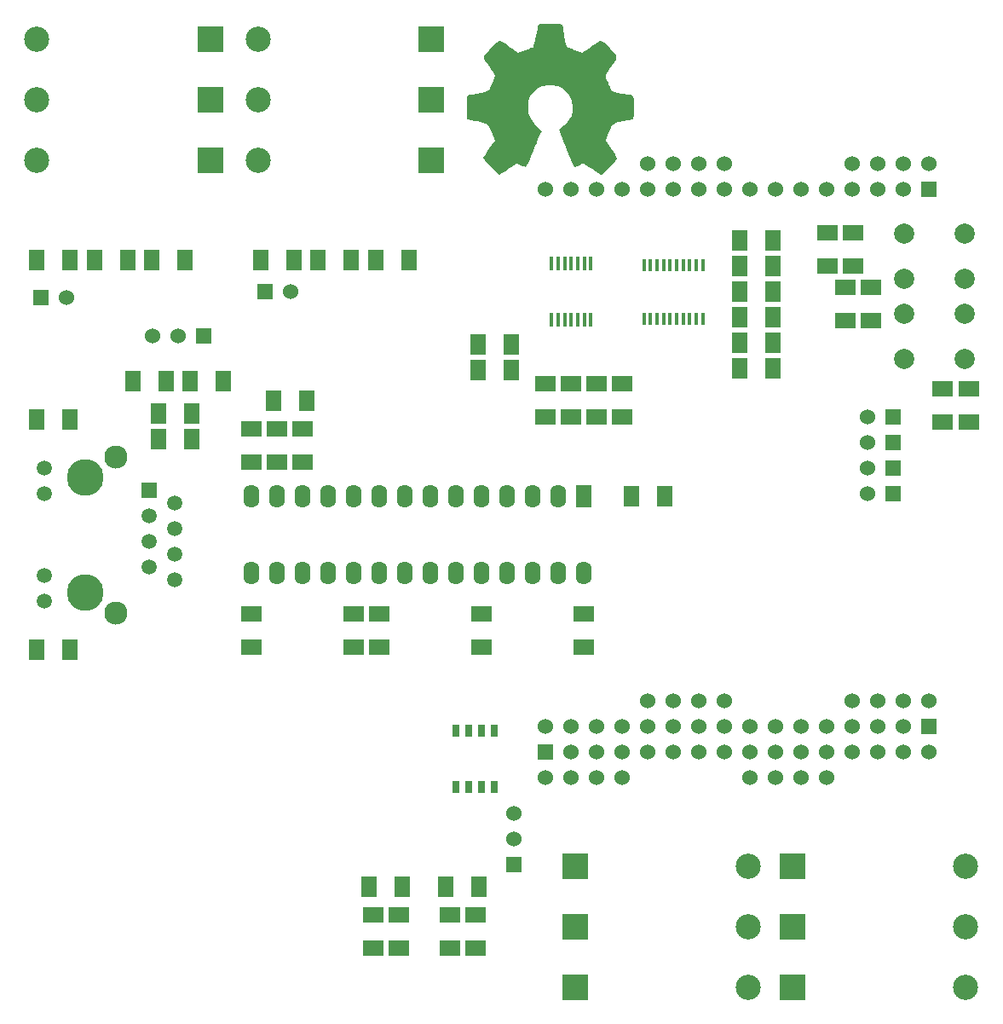
<source format=gts>
G04 (created by PCBNEW (2013-07-07 BZR 4022)-stable) date 03/07/2014 16:21:05*
%MOIN*%
G04 Gerber Fmt 3.4, Leading zero omitted, Abs format*
%FSLAX34Y34*%
G01*
G70*
G90*
G04 APERTURE LIST*
%ADD10C,0.00590551*%
%ADD11C,0.0001*%
%ADD12R,0.0165X0.0579*%
%ADD13R,0.016X0.05*%
%ADD14R,0.025X0.05*%
%ADD15R,0.06X0.08*%
%ADD16R,0.08X0.06*%
%ADD17R,0.06X0.06*%
%ADD18C,0.06*%
%ADD19R,0.0984252X0.0984252*%
%ADD20C,0.0984252*%
%ADD21O,0.062X0.09*%
%ADD22R,0.062X0.09*%
%ADD23C,0.1437*%
%ADD24R,0.0591X0.0591*%
%ADD25C,0.0591*%
%ADD26C,0.0905512*%
%ADD27C,0.0787402*%
G04 APERTURE END LIST*
G54D10*
G54D11*
G36*
X50135Y-28568D02*
X50134Y-28748D01*
X50132Y-28873D01*
X50125Y-28952D01*
X50114Y-28998D01*
X50095Y-29020D01*
X50066Y-29030D01*
X50060Y-29032D01*
X49993Y-29045D01*
X49881Y-29067D01*
X49746Y-29093D01*
X49701Y-29102D01*
X49532Y-29135D01*
X49414Y-29165D01*
X49334Y-29203D01*
X49276Y-29261D01*
X49228Y-29348D01*
X49175Y-29476D01*
X49154Y-29528D01*
X49028Y-29847D01*
X49242Y-30157D01*
X49330Y-30285D01*
X49406Y-30396D01*
X49459Y-30476D01*
X49481Y-30510D01*
X49470Y-30555D01*
X49407Y-30642D01*
X49293Y-30770D01*
X49198Y-30869D01*
X49081Y-30985D01*
X48980Y-31083D01*
X48904Y-31151D01*
X48863Y-31183D01*
X48860Y-31184D01*
X48822Y-31166D01*
X48742Y-31118D01*
X48631Y-31047D01*
X48512Y-30967D01*
X48383Y-30882D01*
X48273Y-30812D01*
X48196Y-30766D01*
X48162Y-30751D01*
X48116Y-30765D01*
X48036Y-30800D01*
X47997Y-30819D01*
X47907Y-30858D01*
X47837Y-30874D01*
X47820Y-30873D01*
X47787Y-30835D01*
X47742Y-30754D01*
X47710Y-30679D01*
X47673Y-30587D01*
X47617Y-30449D01*
X47547Y-30279D01*
X47470Y-30092D01*
X47419Y-29967D01*
X47198Y-29434D01*
X47325Y-29334D01*
X47502Y-29180D01*
X47623Y-29031D01*
X47698Y-28872D01*
X47734Y-28687D01*
X47741Y-28524D01*
X47711Y-28291D01*
X47623Y-28087D01*
X47475Y-27910D01*
X47318Y-27788D01*
X47248Y-27746D01*
X47180Y-27720D01*
X47096Y-27707D01*
X46977Y-27701D01*
X46868Y-27701D01*
X46714Y-27702D01*
X46609Y-27710D01*
X46532Y-27727D01*
X46466Y-27758D01*
X46418Y-27788D01*
X46225Y-27944D01*
X46093Y-28121D01*
X46018Y-28326D01*
X45995Y-28552D01*
X46020Y-28794D01*
X46097Y-29000D01*
X46232Y-29179D01*
X46352Y-29284D01*
X46461Y-29374D01*
X46518Y-29440D01*
X46531Y-29491D01*
X46507Y-29536D01*
X46482Y-29580D01*
X46441Y-29669D01*
X46392Y-29784D01*
X46385Y-29801D01*
X46330Y-29937D01*
X46275Y-30069D01*
X46235Y-30167D01*
X46196Y-30261D01*
X46142Y-30392D01*
X46083Y-30537D01*
X46065Y-30580D01*
X46011Y-30705D01*
X45961Y-30805D01*
X45924Y-30864D01*
X45913Y-30874D01*
X45862Y-30868D01*
X45779Y-30838D01*
X45739Y-30819D01*
X45651Y-30778D01*
X45588Y-30753D01*
X45574Y-30751D01*
X45536Y-30768D01*
X45455Y-30816D01*
X45344Y-30887D01*
X45224Y-30967D01*
X45096Y-31053D01*
X44986Y-31122D01*
X44909Y-31169D01*
X44876Y-31184D01*
X44843Y-31161D01*
X44773Y-31100D01*
X44677Y-31007D01*
X44563Y-30894D01*
X44538Y-30869D01*
X44392Y-30715D01*
X44298Y-30603D01*
X44255Y-30533D01*
X44254Y-30510D01*
X44283Y-30467D01*
X44340Y-30381D01*
X44418Y-30267D01*
X44494Y-30157D01*
X44707Y-29847D01*
X44581Y-29528D01*
X44524Y-29385D01*
X44475Y-29285D01*
X44423Y-29220D01*
X44351Y-29176D01*
X44247Y-29145D01*
X44096Y-29114D01*
X44035Y-29102D01*
X43895Y-29075D01*
X43774Y-29051D01*
X43691Y-29035D01*
X43676Y-29032D01*
X43646Y-29023D01*
X43625Y-29004D01*
X43612Y-28964D01*
X43605Y-28892D01*
X43602Y-28777D01*
X43601Y-28609D01*
X43601Y-28568D01*
X43601Y-28378D01*
X43606Y-28243D01*
X43623Y-28153D01*
X43661Y-28097D01*
X43727Y-28063D01*
X43829Y-28041D01*
X43973Y-28019D01*
X43985Y-28018D01*
X44167Y-27989D01*
X44296Y-27963D01*
X44386Y-27930D01*
X44450Y-27883D01*
X44500Y-27812D01*
X44551Y-27711D01*
X44580Y-27647D01*
X44635Y-27518D01*
X44677Y-27407D01*
X44699Y-27330D01*
X44701Y-27315D01*
X44683Y-27261D01*
X44633Y-27169D01*
X44561Y-27055D01*
X44518Y-26992D01*
X44405Y-26834D01*
X44326Y-26720D01*
X44284Y-26634D01*
X44276Y-26565D01*
X44303Y-26497D01*
X44367Y-26419D01*
X44465Y-26315D01*
X44524Y-26254D01*
X44661Y-26113D01*
X44766Y-26019D01*
X44848Y-25968D01*
X44916Y-25954D01*
X44980Y-25973D01*
X45038Y-26011D01*
X45102Y-26057D01*
X45202Y-26128D01*
X45322Y-26212D01*
X45371Y-26245D01*
X45625Y-26419D01*
X45877Y-26318D01*
X45999Y-26271D01*
X46099Y-26236D01*
X46159Y-26218D01*
X46166Y-26217D01*
X46196Y-26203D01*
X46224Y-26154D01*
X46252Y-26063D01*
X46283Y-25920D01*
X46314Y-25751D01*
X46340Y-25604D01*
X46363Y-25476D01*
X46381Y-25385D01*
X46386Y-25359D01*
X46395Y-25329D01*
X46414Y-25309D01*
X46453Y-25295D01*
X46523Y-25288D01*
X46635Y-25285D01*
X46800Y-25284D01*
X46868Y-25284D01*
X47052Y-25284D01*
X47180Y-25287D01*
X47263Y-25292D01*
X47312Y-25303D01*
X47336Y-25321D01*
X47347Y-25348D01*
X47350Y-25359D01*
X47362Y-25424D01*
X47383Y-25535D01*
X47408Y-25675D01*
X47421Y-25751D01*
X47457Y-25943D01*
X47488Y-26078D01*
X47516Y-26163D01*
X47544Y-26207D01*
X47570Y-26217D01*
X47616Y-26229D01*
X47707Y-26260D01*
X47825Y-26305D01*
X47859Y-26318D01*
X48111Y-26419D01*
X48364Y-26245D01*
X48487Y-26161D01*
X48598Y-26083D01*
X48678Y-26026D01*
X48697Y-26011D01*
X48766Y-25968D01*
X48831Y-25954D01*
X48900Y-25973D01*
X48985Y-26032D01*
X49095Y-26133D01*
X49212Y-26254D01*
X49327Y-26374D01*
X49407Y-26463D01*
X49451Y-26534D01*
X49460Y-26600D01*
X49434Y-26677D01*
X49372Y-26776D01*
X49275Y-26912D01*
X49218Y-26992D01*
X49138Y-27112D01*
X49075Y-27217D01*
X49040Y-27292D01*
X49035Y-27315D01*
X49048Y-27373D01*
X49083Y-27473D01*
X49134Y-27597D01*
X49155Y-27647D01*
X49211Y-27766D01*
X49260Y-27851D01*
X49315Y-27909D01*
X49390Y-27948D01*
X49498Y-27976D01*
X49653Y-28003D01*
X49751Y-28018D01*
X49899Y-28040D01*
X50003Y-28062D01*
X50071Y-28094D01*
X50110Y-28149D01*
X50129Y-28236D01*
X50134Y-28367D01*
X50135Y-28554D01*
X50135Y-28568D01*
X50135Y-28568D01*
X50135Y-28568D01*
G37*
G54D12*
X47685Y-36869D03*
X47941Y-36869D03*
X48197Y-36869D03*
X48453Y-36869D03*
X48453Y-34665D03*
X46917Y-36869D03*
X47173Y-36869D03*
X47429Y-36869D03*
X48197Y-34665D03*
X47941Y-34665D03*
X47685Y-34665D03*
X47429Y-34665D03*
X47173Y-34665D03*
X46917Y-34665D03*
G54D13*
X50535Y-36817D03*
X50785Y-36817D03*
X51045Y-36817D03*
X51305Y-36817D03*
X51555Y-36817D03*
X51815Y-36817D03*
X52075Y-36817D03*
X52325Y-36817D03*
X52585Y-36817D03*
X52835Y-36817D03*
X52835Y-34717D03*
X52585Y-34717D03*
X52325Y-34717D03*
X52075Y-34717D03*
X51815Y-34717D03*
X51555Y-34717D03*
X51305Y-34717D03*
X51045Y-34717D03*
X50785Y-34717D03*
X50535Y-34717D03*
G54D14*
X44685Y-52917D03*
X44185Y-52917D03*
X43685Y-52917D03*
X43185Y-52917D03*
X43185Y-55117D03*
X43685Y-55117D03*
X44185Y-55117D03*
X44685Y-55117D03*
G54D15*
X26785Y-34517D03*
X28085Y-34517D03*
X45335Y-38817D03*
X44035Y-38817D03*
X50035Y-43767D03*
X51335Y-43767D03*
X35535Y-34517D03*
X36835Y-34517D03*
X54285Y-33767D03*
X55585Y-33767D03*
X54285Y-34767D03*
X55585Y-34767D03*
X37335Y-40017D03*
X36035Y-40017D03*
G54D16*
X46685Y-39367D03*
X46685Y-40667D03*
X49685Y-39367D03*
X49685Y-40667D03*
G54D15*
X54285Y-37767D03*
X55585Y-37767D03*
X31285Y-34517D03*
X32585Y-34517D03*
G54D16*
X48685Y-39367D03*
X48685Y-40667D03*
X47685Y-39367D03*
X47685Y-40667D03*
G54D15*
X54285Y-35767D03*
X55585Y-35767D03*
X54285Y-36767D03*
X55585Y-36767D03*
X45335Y-37817D03*
X44035Y-37817D03*
X54285Y-38767D03*
X55585Y-38767D03*
G54D16*
X42935Y-61417D03*
X42935Y-60117D03*
G54D15*
X42785Y-59017D03*
X44085Y-59017D03*
G54D16*
X43935Y-60117D03*
X43935Y-61417D03*
X39935Y-61417D03*
X39935Y-60117D03*
G54D15*
X39785Y-59017D03*
X41085Y-59017D03*
G54D16*
X40935Y-60117D03*
X40935Y-61417D03*
G54D15*
X26785Y-40767D03*
X28085Y-40767D03*
X31835Y-39267D03*
X30535Y-39267D03*
X32835Y-41517D03*
X31535Y-41517D03*
X32835Y-40517D03*
X31535Y-40517D03*
X29035Y-34517D03*
X30335Y-34517D03*
X34085Y-39267D03*
X32785Y-39267D03*
G54D16*
X36185Y-42417D03*
X36185Y-41117D03*
X37185Y-42417D03*
X37185Y-41117D03*
G54D15*
X26785Y-49767D03*
X28085Y-49767D03*
G54D16*
X40185Y-48367D03*
X40185Y-49667D03*
X39185Y-48367D03*
X39185Y-49667D03*
X35185Y-48367D03*
X35185Y-49667D03*
X48185Y-48367D03*
X48185Y-49667D03*
X44185Y-48367D03*
X44185Y-49667D03*
G54D15*
X37785Y-34517D03*
X39085Y-34517D03*
G54D16*
X35185Y-41117D03*
X35185Y-42417D03*
G54D15*
X40035Y-34517D03*
X41335Y-34517D03*
G54D17*
X60285Y-42667D03*
G54D18*
X59285Y-42667D03*
G54D17*
X26950Y-36000D03*
G54D18*
X27950Y-36000D03*
G54D17*
X35700Y-35750D03*
G54D18*
X36700Y-35750D03*
G54D17*
X60285Y-40667D03*
G54D18*
X59285Y-40667D03*
G54D17*
X60285Y-41667D03*
G54D18*
X59285Y-41667D03*
G54D17*
X60285Y-43667D03*
G54D18*
X59285Y-43667D03*
G54D17*
X61685Y-31767D03*
G54D18*
X55685Y-31767D03*
X60685Y-31767D03*
X54685Y-31767D03*
X59685Y-31767D03*
X53685Y-31767D03*
X58685Y-31767D03*
X52685Y-31767D03*
X57685Y-31767D03*
X51685Y-31767D03*
X56685Y-31767D03*
X50685Y-31767D03*
X49685Y-31767D03*
X48685Y-31767D03*
X47685Y-31767D03*
X46685Y-31767D03*
X50685Y-30767D03*
X51685Y-30767D03*
X52685Y-30767D03*
X53685Y-30767D03*
X58685Y-30767D03*
X59685Y-30767D03*
X60685Y-30767D03*
X61685Y-30767D03*
G54D17*
X61685Y-52767D03*
G54D18*
X55685Y-52767D03*
X60685Y-52767D03*
X54685Y-52767D03*
X59685Y-52767D03*
X53685Y-52767D03*
X58685Y-52767D03*
X52685Y-52767D03*
X57685Y-52767D03*
X51685Y-52767D03*
X56685Y-52767D03*
X50685Y-52767D03*
X49685Y-52767D03*
X48685Y-52767D03*
X47685Y-52767D03*
X46685Y-52767D03*
X50685Y-51767D03*
X51685Y-51767D03*
X52685Y-51767D03*
X53685Y-51767D03*
X58685Y-51767D03*
X59685Y-51767D03*
X60685Y-51767D03*
X61685Y-51767D03*
G54D19*
X42224Y-25885D03*
X42224Y-28248D03*
X42224Y-30610D03*
G54D20*
X35433Y-25885D03*
X35433Y-28248D03*
X35433Y-30610D03*
G54D19*
X33562Y-25885D03*
X33562Y-28248D03*
X33562Y-30610D03*
G54D20*
X26771Y-25885D03*
X26771Y-28248D03*
X26771Y-30610D03*
G54D19*
X56330Y-62940D03*
X56330Y-60578D03*
X56330Y-58216D03*
G54D20*
X63122Y-62940D03*
X63122Y-60578D03*
X63122Y-58216D03*
G54D19*
X47830Y-62940D03*
X47830Y-60578D03*
X47830Y-58216D03*
G54D20*
X54622Y-62940D03*
X54622Y-60578D03*
X54622Y-58216D03*
G54D21*
X47185Y-43767D03*
X46185Y-43767D03*
X45185Y-43767D03*
X44185Y-43767D03*
X43185Y-43767D03*
X42185Y-43767D03*
X41185Y-43767D03*
X40185Y-43767D03*
X39185Y-43767D03*
X38185Y-43767D03*
X37185Y-43767D03*
X36185Y-43767D03*
X35185Y-43767D03*
G54D22*
X48185Y-43767D03*
G54D21*
X35185Y-46767D03*
X36185Y-46767D03*
X37185Y-46767D03*
X38185Y-46767D03*
X39185Y-46767D03*
X40185Y-46767D03*
X41185Y-46767D03*
X42185Y-46767D03*
X43185Y-46767D03*
X44185Y-46767D03*
X45185Y-46767D03*
X46185Y-46767D03*
X47185Y-46767D03*
X48185Y-46767D03*
G54D17*
X46685Y-53767D03*
G54D18*
X52685Y-53767D03*
X47685Y-53767D03*
X53685Y-53767D03*
X48685Y-53767D03*
X54685Y-53767D03*
X49685Y-53767D03*
X55685Y-53767D03*
X50685Y-53767D03*
X56685Y-53767D03*
X51685Y-53767D03*
X57685Y-53767D03*
X58685Y-53767D03*
X59685Y-53767D03*
X60685Y-53767D03*
X61685Y-53767D03*
X57685Y-54767D03*
X56685Y-54767D03*
X55685Y-54767D03*
X54685Y-54767D03*
X49685Y-54767D03*
X48685Y-54767D03*
X47685Y-54767D03*
X46685Y-54767D03*
G54D17*
X33300Y-37500D03*
G54D18*
X32300Y-37500D03*
X31300Y-37500D03*
G54D17*
X45450Y-58150D03*
G54D18*
X45450Y-57150D03*
X45450Y-56150D03*
G54D23*
X28685Y-47517D03*
X28685Y-43017D03*
G54D24*
X31185Y-43517D03*
G54D25*
X32185Y-44017D03*
X31185Y-44517D03*
X32185Y-45017D03*
X31185Y-45517D03*
X32185Y-46017D03*
X31185Y-46517D03*
X32185Y-47017D03*
X27085Y-42667D03*
X27085Y-43642D03*
X27085Y-46867D03*
X27085Y-47867D03*
G54D26*
X29885Y-42217D03*
X29885Y-48317D03*
G54D27*
X60715Y-33476D03*
X63077Y-33476D03*
X60715Y-35248D03*
X63077Y-35248D03*
X60715Y-36626D03*
X63077Y-36626D03*
X60715Y-38398D03*
X63077Y-38398D03*
G54D16*
X57700Y-33450D03*
X57700Y-34750D03*
X58700Y-33450D03*
X58700Y-34750D03*
X58400Y-35600D03*
X58400Y-36900D03*
X59400Y-35600D03*
X59400Y-36900D03*
X62200Y-39550D03*
X62200Y-40850D03*
X63250Y-39550D03*
X63250Y-40850D03*
M02*

</source>
